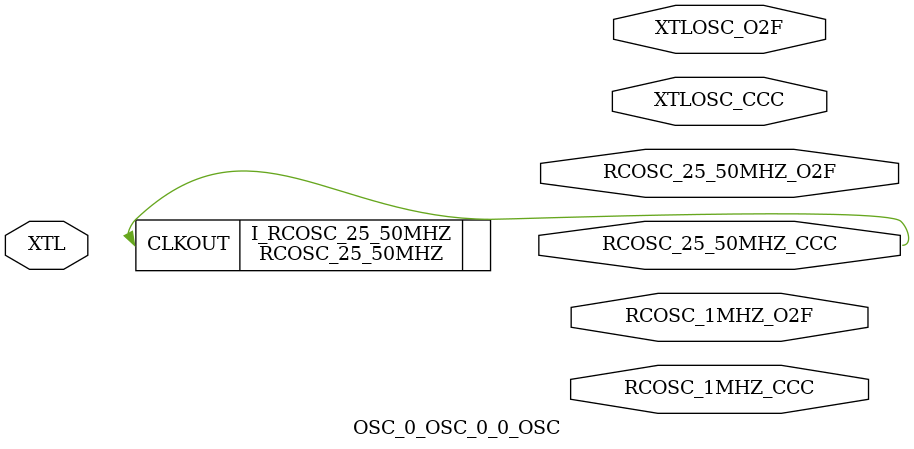
<source format=v>
`timescale 1 ns/100 ps


module OSC_0_OSC_0_0_OSC(
       XTL,
       RCOSC_25_50MHZ_CCC,
       RCOSC_25_50MHZ_O2F,
       RCOSC_1MHZ_CCC,
       RCOSC_1MHZ_O2F,
       XTLOSC_CCC,
       XTLOSC_O2F
    );
input  XTL;
output RCOSC_25_50MHZ_CCC;
output RCOSC_25_50MHZ_O2F;
output RCOSC_1MHZ_CCC;
output RCOSC_1MHZ_O2F;
output XTLOSC_CCC;
output XTLOSC_O2F;

    
    RCOSC_25_50MHZ #( .FREQUENCY(50.0) )  I_RCOSC_25_50MHZ (.CLKOUT(
        RCOSC_25_50MHZ_CCC));
    
endmodule

</source>
